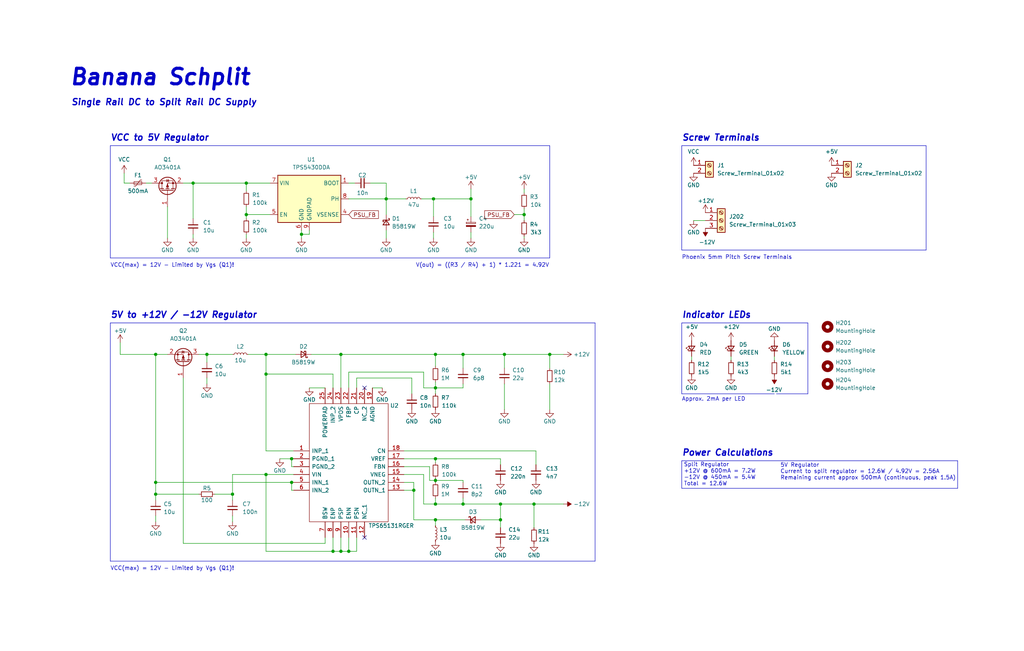
<source format=kicad_sch>
(kicad_sch (version 20230121) (generator eeschema)
  (paper "User" 329.997 210.007)
  (lib_symbols
    (symbol "BananaSchplit-rescue:CP_Small-Device" (pin_numbers hide) (pin_names (offset 0.254) hide)
      (property "Reference" "C" (at 0.254 1.778 0))
      (property "Value" "Device_CP_Small" (at 0.254 -2.032 0))
      (symbol "CP_Small-Device_1_1"
        (pin passive line (at 0 2.54 270) (length 1.8542) (name "~") (number "1"))
        (pin passive line (at 0 -2.54 90) (length 1.8542) (name "~") (number "2"))
      )
    )
    (symbol "Connector:Screw_Terminal_01x02" (pin_names (offset 1.016) hide)
      (property "Reference" "J" (at 0 2.54 0))
      (property "Value" "Screw_Terminal_01x02" (at 0 -5.08 0))
      (symbol "Screw_Terminal_01x02_1_1"
        (pin passive line (at -5.08 0 0) (length 3.81) (name "Pin_1") (number "1"))
        (pin passive line (at -5.08 -2.54 0) (length 3.81) (name "Pin_2") (number "2"))
      )
    )
    (symbol "Connector:Screw_Terminal_01x03" (pin_names (offset 1.016) hide)
      (property "Reference" "J" (at 0 5.08 0))
      (property "Value" "Screw_Terminal_01x03" (at 0 -5.08 0))
      (symbol "Screw_Terminal_01x03_1_1"
        (pin passive line (at -5.08 2.54 0) (length 3.81) (name "Pin_1") (number "1"))
        (pin passive line (at -5.08 0 0) (length 3.81) (name "Pin_2") (number "2"))
        (pin passive line (at -5.08 -2.54 0) (length 3.81) (name "Pin_3") (number "3"))
      )
    )
    (symbol "Device:C_Small" (pin_numbers hide) (pin_names (offset 0.254) hide)
      (property "Reference" "C" (at 0.254 1.778 0))
      (property "Value" "C_Small" (at 0.254 -2.032 0))
      (symbol "C_Small_1_1"
        (pin passive line (at 0 2.54 270) (length 2.032) (name "~") (number "1"))
        (pin passive line (at 0 -2.54 90) (length 2.032) (name "~") (number "2"))
      )
    )
    (symbol "Device:D_Schottky_Small" (pin_numbers hide) (pin_names (offset 0.254) hide)
      (property "Reference" "D" (at -1.27 2.032 0))
      (property "Value" "D_Schottky_Small" (at -7.112 -2.032 0))
      (symbol "D_Schottky_Small_1_1"
        (pin passive line (at -2.54 0 0) (length 1.778) (name "K") (number "1"))
        (pin passive line (at 2.54 0 180) (length 1.778) (name "A") (number "2"))
      )
    )
    (symbol "Device:LED_Small" (pin_numbers hide) (pin_names (offset 0.254) hide)
      (property "Reference" "D" (at -1.27 3.175 0))
      (property "Value" "LED_Small" (at -4.445 -2.54 0))
      (symbol "LED_Small_1_1"
        (pin passive line (at -2.54 0 0) (length 1.778) (name "K") (number "1"))
        (pin passive line (at 2.54 0 180) (length 1.778) (name "A") (number "2"))
      )
    )
    (symbol "Device:L_Small" (pin_numbers hide) (pin_names (offset 0.254) hide)
      (property "Reference" "L" (at 0.762 1.016 0))
      (property "Value" "L_Small" (at 0.762 -1.016 0))
      (symbol "L_Small_1_1"
        (pin passive line (at 0 2.54 270) (length 0.508) (name "~") (number "1"))
        (pin passive line (at 0 -2.54 90) (length 0.508) (name "~") (number "2"))
      )
    )
    (symbol "Device:Polyfuse_Small" (pin_numbers hide) (pin_names (offset 0))
      (property "Reference" "F" (at -1.905 0 90))
      (property "Value" "Polyfuse_Small" (at 1.905 0 90))
      (symbol "Polyfuse_Small_1_1"
        (pin passive line (at 0 2.54 270) (length 0.635) (name "~") (number "1"))
        (pin passive line (at 0 -2.54 90) (length 0.635) (name "~") (number "2"))
      )
    )
    (symbol "Device:R_Small" (pin_numbers hide) (pin_names (offset 0.254) hide)
      (property "Reference" "R" (at 0.762 0.508 0))
      (property "Value" "R_Small" (at 0.762 -1.016 0))
      (symbol "R_Small_1_1"
        (pin passive line (at 0 2.54 270) (length 0.762) (name "~") (number "1"))
        (pin passive line (at 0 -2.54 90) (length 0.762) (name "~") (number "2"))
      )
    )
    (symbol "Mechanical:MountingHole" (pin_names (offset 1.016))
      (property "Reference" "H" (at 0 5.08 0))
      (property "Value" "MountingHole" (at 0 3.175 0))
    )
    (symbol "Regulator_Switching:TPS5430DDA"
      (property "Reference" "U" (at -10.16 8.89 0))
      (property "Value" "TPS5430DDA" (at -1.27 8.89 0))
      (symbol "TPS5430DDA_1_1"
        (pin input line (at 12.7 5.08 180) (length 2.54) (name "BOOT") (number "1"))
        (pin no_connect line (at -10.16 2.54 0) (length 2.54) hide (name "NC") (number "2"))
        (pin no_connect line (at -10.16 -2.54 0) (length 2.54) hide (name "NC") (number "3"))
        (pin input line (at 12.7 -5.08 180) (length 2.54) (name "VSENSE") (number "4"))
        (pin input line (at -12.7 -5.08 0) (length 2.54) (name "EN") (number "5"))
        (pin power_in line (at -2.54 -10.16 90) (length 2.54) (name "GND") (number "6"))
        (pin power_in line (at -12.7 5.08 0) (length 2.54) (name "VIN") (number "7"))
        (pin output line (at 12.7 0 180) (length 2.54) (name "PH") (number "8"))
        (pin power_in line (at 0 -10.16 90) (length 2.54) (name "GNDPAD") (number "9"))
      )
    )
    (symbol "TPS65131RGET:TPS65131RGET" (pin_names (offset 0.762))
      (property "Reference" "IC" (at 31.75 20.32 0))
      (property "Value" "TPS65131RGET" (at 31.75 17.78 0))
      (symbol "TPS65131RGET_0_0"
        (pin passive line (at 0 0 0) (length 5.08) (name "INP_1") (number "1"))
        (pin passive line (at 17.78 -27.94 90) (length 5.08) (name "ENN") (number "10"))
        (pin passive line (at 20.32 -27.94 90) (length 5.08) (name "PSN") (number "11"))
        (pin passive line (at 22.86 -27.94 90) (length 5.08) (name "NC_1") (number "12"))
        (pin passive line (at 35.56 -12.7 180) (length 5.08) (name "OUTN_1") (number "13"))
        (pin passive line (at 35.56 -10.16 180) (length 5.08) (name "OUTN_2") (number "14"))
        (pin passive line (at 35.56 -7.62 180) (length 5.08) (name "VNEG") (number "15"))
        (pin passive line (at 35.56 -5.08 180) (length 5.08) (name "FBN") (number "16"))
        (pin passive line (at 35.56 -2.54 180) (length 5.08) (name "VREF") (number "17"))
        (pin passive line (at 35.56 0 180) (length 5.08) (name "CN") (number "18"))
        (pin passive line (at 25.4 20.32 270) (length 5.08) (name "AGND") (number "19"))
        (pin passive line (at 0 -2.54 0) (length 5.08) (name "PGND_1") (number "2"))
        (pin passive line (at 22.86 20.32 270) (length 5.08) (name "NC_2") (number "20"))
        (pin passive line (at 20.32 20.32 270) (length 5.08) (name "CP") (number "21"))
        (pin passive line (at 17.78 20.32 270) (length 5.08) (name "FBP") (number "22"))
        (pin passive line (at 15.24 20.32 270) (length 5.08) (name "VPOS") (number "23"))
        (pin passive line (at 12.7 20.32 270) (length 5.08) (name "INP_2") (number "24"))
        (pin passive line (at 10.16 20.32 270) (length 5.08) (name "POWERPAD") (number "25"))
        (pin passive line (at 0 -5.08 0) (length 5.08) (name "PGND_2") (number "3"))
        (pin passive line (at 0 -7.62 0) (length 5.08) (name "VIN") (number "4"))
        (pin passive line (at 0 -10.16 0) (length 5.08) (name "INN_1") (number "5"))
        (pin passive line (at 0 -12.7 0) (length 5.08) (name "INN_2") (number "6"))
        (pin passive line (at 10.16 -27.94 90) (length 5.08) (name "BSW") (number "7"))
        (pin passive line (at 12.7 -27.94 90) (length 5.08) (name "ENP") (number "8"))
        (pin passive line (at 15.24 -27.94 90) (length 5.08) (name "PSP") (number "9"))
      )
    )
    (symbol "Transistor_FET:AO3401A" (pin_names hide)
      (property "Reference" "Q" (at 5.08 1.905 0))
      (property "Value" "AO3401A" (at 5.08 0 0))
      (symbol "AO3401A_1_1"
        (pin input line (at -5.08 0 0) (length 2.54) (name "G") (number "1"))
        (pin passive line (at 2.54 -5.08 90) (length 2.54) (name "S") (number "2"))
        (pin passive line (at 2.54 5.08 270) (length 2.54) (name "D") (number "3"))
      )
    )
    (symbol "power:+12V" (power) (pin_names (offset 0))
      (property "Value" "+12V" (at 0 3.556 0))
      (symbol "+12V_1_1"
        (pin power_in line (at 0 0 90) (length 0) hide (name "+12V") (number "1"))
      )
    )
    (symbol "power:+5V" (power) (pin_names (offset 0))
      (property "Value" "+5V" (at 0 3.556 0))
      (symbol "+5V_1_1"
        (pin power_in line (at 0 0 90) (length 0) hide (name "+5V") (number "1"))
      )
    )
    (symbol "power:-12V" (power) (pin_names (offset 0))
      (property "Value" "-12V" (at 0 3.81 0))
      (symbol "-12V_0_0"
        (pin power_in line (at 0 0 90) (length 0) hide (name "-12V") (number "1"))
      )
    )
    (symbol "power:GND" (power) (pin_names (offset 0))
      (property "Value" "GND" (at 0 -3.81 0))
      (symbol "GND_1_1"
        (pin power_in line (at 0 0 270) (length 0) hide (name "GND") (number "1"))
      )
    )
    (symbol "power:VCC" (power) (pin_names (offset 0))
      (property "Value" "VCC" (at 0 3.81 0))
      (symbol "VCC_1_1"
        (pin power_in line (at 0 0 90) (length 0) hide (name "VCC") (number "1"))
      )
    )
  )
  (junction (at 66.675 114.3))
  (junction (at 97.155 75.565))
  (junction (at 133.35 158.115))
  (junction (at 85.725 153.035))
  (junction (at 149.225 114.3))
  (junction (at 79.375 59.055))
  (junction (at 74.93 159.385))
  (junction (at 168.91 69.215))
  (junction (at 139.7 64.135))
  (junction (at 79.375 69.215))
  (junction (at 161.29 162.56))
  (junction (at 93.98 147.955))
  (junction (at 140.335 154.94))
  (junction (at 140.335 125.095))
  (junction (at 62.23 59.055))
  (junction (at 151.765 64.135))
  (junction (at 85.725 114.3))
  (junction (at 161.29 167.64))
  (junction (at 112.395 177.8))
  (junction (at 140.335 114.3))
  (junction (at 162.56 114.3))
  (junction (at 149.225 162.56))
  (junction (at 50.165 159.385))
  (junction (at 85.725 120.65))
  (junction (at 109.855 177.8))
  (junction (at 124.46 64.135))
  (junction (at 140.335 167.64))
  (junction (at 177.165 114.3))
  (junction (at 172.085 162.56))
  (junction (at 109.855 114.3))
  (junction (at 50.165 155.575))
  (junction (at 140.335 162.56))
  (junction (at 50.165 114.3))
  (junction (at 140.335 147.955))
  (junction (at 93.98 155.575))
  (junction (at 107.315 177.8))
  (no_connect (at 117.475 125.095))
  (no_connect (at 117.475 173.355))
  (polyline (pts (xy 219.71 104.14) (xy 260.35 104.14)))
  (wire (pts (xy 109.855 114.3) (xy 109.855 125.095)))
  (wire (pts (xy 132.715 121.92) (xy 114.935 121.92)))
  (wire (pts (xy 62.23 75.565) (xy 62.23 76.835)))
  (wire (pts (xy 140.335 149.225) (xy 140.335 147.955)))
  (wire (pts (xy 50.165 168.275) (xy 50.165 166.37)))
  (wire (pts (xy 151.765 69.85) (xy 151.765 64.135)))
  (wire (pts (xy 50.165 159.385) (xy 50.165 161.29)))
  (wire (pts (xy 136.525 125.095) (xy 140.335 125.095)))
  (wire (pts (xy 107.315 177.8) (xy 109.855 177.8)))
  (wire (pts (xy 100.33 114.3) (xy 109.855 114.3)))
  (wire (pts (xy 222.885 116.205) (xy 222.885 114.935)))
  (wire (pts (xy 112.395 125.095) (xy 112.395 120.015)))
  (wire (pts (xy 151.765 74.93) (xy 151.765 76.835)))
  (wire (pts (xy 140.335 167.64) (xy 140.335 169.545)))
  (wire (pts (xy 40.005 59.055) (xy 41.91 59.055)))
  (wire (pts (xy 151.765 60.96) (xy 151.765 64.135)))
  (wire (pts (xy 133.35 167.64) (xy 140.335 167.64)))
  (polyline (pts (xy 219.71 80.645) (xy 219.71 46.99)))
  (wire (pts (xy 223.52 71.12) (xy 227.33 71.12)))
  (polyline (pts (xy 298.45 46.99) (xy 298.45 80.645)))
  (wire (pts (xy 235.585 116.205) (xy 235.585 114.935)))
  (wire (pts (xy 114.3 59.055) (xy 112.395 59.055)))
  (wire (pts (xy 50.165 159.385) (xy 64.135 159.385)))
  (polyline (pts (xy 35.56 83.185) (xy 177.165 83.185)))
  (wire (pts (xy 177.165 118.745) (xy 177.165 114.3)))
  (wire (pts (xy 168.91 69.215) (xy 168.91 71.12)))
  (polyline (pts (xy 35.56 83.185) (xy 35.56 46.99)))
  (wire (pts (xy 149.86 167.64) (xy 140.335 167.64)))
  (wire (pts (xy 136.525 162.56) (xy 140.335 162.56)))
  (wire (pts (xy 119.38 59.055) (xy 124.46 59.055)))
  (wire (pts (xy 50.165 114.3) (xy 53.975 114.3)))
  (wire (pts (xy 112.395 177.8) (xy 112.395 173.355)))
  (polyline (pts (xy 35.56 180.975) (xy 191.77 180.975)))
  (wire (pts (xy 62.23 59.055) (xy 79.375 59.055)))
  (polyline (pts (xy 35.56 180.975) (xy 35.56 104.14)))
  (wire (pts (xy 97.155 75.565) (xy 97.155 74.295)))
  (wire (pts (xy 66.675 123.825) (xy 66.675 121.92)))
  (wire (pts (xy 85.725 177.8) (xy 85.725 153.035)))
  (polyline (pts (xy 219.71 157.48) (xy 308.61 157.48)))
  (wire (pts (xy 74.93 159.385) (xy 69.215 159.385)))
  (wire (pts (xy 66.675 114.3) (xy 64.135 114.3)))
  (wire (pts (xy 79.375 59.055) (xy 86.995 59.055)))
  (polyline (pts (xy 308.61 157.48) (xy 308.61 148.59)))
  (wire (pts (xy 114.935 121.92) (xy 114.935 125.095)))
  (wire (pts (xy 162.56 114.3) (xy 149.225 114.3)))
  (wire (pts (xy 38.735 110.49) (xy 38.735 114.3)))
  (wire (pts (xy 97.155 76.835) (xy 97.155 75.565)))
  (wire (pts (xy 93.98 155.575) (xy 93.98 158.115)))
  (wire (pts (xy 46.99 59.055) (xy 48.895 59.055)))
  (wire (pts (xy 172.085 170.18) (xy 172.085 162.56)))
  (wire (pts (xy 139.7 69.85) (xy 139.7 64.135)))
  (wire (pts (xy 149.225 118.745) (xy 149.225 114.3)))
  (wire (pts (xy 149.225 162.56) (xy 161.29 162.56)))
  (polyline (pts (xy 177.165 46.99) (xy 177.165 83.185)))
  (wire (pts (xy 133.35 155.575) (xy 133.35 158.115)))
  (wire (pts (xy 93.98 155.575) (xy 94.615 155.575)))
  (wire (pts (xy 104.775 175.26) (xy 104.775 173.355)))
  (polyline (pts (xy 219.71 148.59) (xy 219.71 157.48)))
  (wire (pts (xy 50.165 155.575) (xy 50.165 114.3)))
  (wire (pts (xy 93.98 150.495) (xy 94.615 150.495)))
  (wire (pts (xy 149.225 114.3) (xy 140.335 114.3)))
  (wire (pts (xy 93.98 147.955) (xy 94.615 147.955)))
  (wire (pts (xy 109.855 177.8) (xy 112.395 177.8)))
  (wire (pts (xy 50.165 155.575) (xy 50.165 159.385)))
  (wire (pts (xy 79.375 70.485) (xy 79.375 69.215)))
  (wire (pts (xy 62.23 59.055) (xy 62.23 70.485)))
  (wire (pts (xy 136.525 120.015) (xy 136.525 125.095)))
  (wire (pts (xy 85.725 120.65) (xy 85.725 114.3)))
  (wire (pts (xy 140.335 155.575) (xy 140.335 154.94)))
  (wire (pts (xy 140.335 147.955) (xy 161.29 147.955)))
  (wire (pts (xy 172.72 145.415) (xy 130.175 145.415)))
  (wire (pts (xy 140.335 123.19) (xy 140.335 125.095)))
  (wire (pts (xy 50.165 155.575) (xy 93.98 155.575)))
  (wire (pts (xy 74.93 161.29) (xy 74.93 159.385)))
  (wire (pts (xy 154.94 167.64) (xy 161.29 167.64)))
  (wire (pts (xy 79.375 69.215) (xy 86.995 69.215)))
  (wire (pts (xy 140.335 127) (xy 140.335 125.095)))
  (wire (pts (xy 59.055 175.26) (xy 104.775 175.26)))
  (wire (pts (xy 249.555 116.205) (xy 249.555 114.935)))
  (wire (pts (xy 139.7 64.135) (xy 151.765 64.135)))
  (wire (pts (xy 79.375 66.675) (xy 79.375 69.215)))
  (wire (pts (xy 124.46 76.835) (xy 124.46 74.295)))
  (wire (pts (xy 93.98 147.955) (xy 93.98 150.495)))
  (wire (pts (xy 181.61 162.56) (xy 172.085 162.56)))
  (wire (pts (xy 138.43 154.94) (xy 140.335 154.94)))
  (wire (pts (xy 107.315 125.095) (xy 107.315 120.65)))
  (wire (pts (xy 130.175 158.115) (xy 133.35 158.115)))
  (wire (pts (xy 114.935 177.8) (xy 114.935 173.355)))
  (wire (pts (xy 130.175 150.495) (xy 138.43 150.495)))
  (wire (pts (xy 85.725 177.8) (xy 107.315 177.8)))
  (wire (pts (xy 139.7 74.93) (xy 139.7 76.835)))
  (wire (pts (xy 149.225 155.575) (xy 149.225 154.94)))
  (wire (pts (xy 85.725 153.035) (xy 94.615 153.035)))
  (wire (pts (xy 168.91 67.31) (xy 168.91 69.215)))
  (wire (pts (xy 149.225 154.94) (xy 140.335 154.94)))
  (polyline (pts (xy 191.77 104.14) (xy 191.77 180.975)))
  (wire (pts (xy 161.29 162.56) (xy 161.29 167.64)))
  (wire (pts (xy 138.43 150.495) (xy 138.43 154.94)))
  (polyline (pts (xy 308.61 148.59) (xy 219.71 148.59)))
  (wire (pts (xy 93.98 147.955) (xy 90.17 147.955)))
  (wire (pts (xy 168.91 76.835) (xy 168.91 76.2)))
  (polyline (pts (xy 35.56 104.14) (xy 191.77 104.14)))
  (wire (pts (xy 149.225 125.095) (xy 149.225 123.825)))
  (wire (pts (xy 85.725 145.415) (xy 85.725 120.65)))
  (wire (pts (xy 79.375 75.565) (xy 79.375 76.835)))
  (wire (pts (xy 80.01 114.3) (xy 85.725 114.3)))
  (wire (pts (xy 168.91 62.23) (xy 168.91 60.96)))
  (wire (pts (xy 99.695 125.095) (xy 104.775 125.095)))
  (wire (pts (xy 177.165 114.3) (xy 162.56 114.3)))
  (wire (pts (xy 140.335 125.095) (xy 149.225 125.095)))
  (wire (pts (xy 130.175 155.575) (xy 133.35 155.575)))
  (wire (pts (xy 162.56 132.08) (xy 162.56 123.825)))
  (wire (pts (xy 177.165 132.08) (xy 177.165 123.825)))
  (wire (pts (xy 149.225 162.56) (xy 149.225 160.655)))
  (wire (pts (xy 107.315 120.65) (xy 85.725 120.65)))
  (wire (pts (xy 161.29 149.86) (xy 161.29 147.955)))
  (polyline (pts (xy 260.35 127) (xy 250.19 127)))
  (wire (pts (xy 133.35 158.115) (xy 133.35 167.64)))
  (wire (pts (xy 95.25 114.3) (xy 85.725 114.3)))
  (wire (pts (xy 140.335 154.94) (xy 140.335 154.305)))
  (wire (pts (xy 66.675 116.84) (xy 66.675 114.3)))
  (wire (pts (xy 132.715 127) (xy 132.715 121.92)))
  (wire (pts (xy 181.61 114.3) (xy 177.165 114.3)))
  (wire (pts (xy 161.29 167.64) (xy 161.29 170.18)))
  (wire (pts (xy 109.855 177.8) (xy 109.855 173.355)))
  (wire (pts (xy 97.155 75.565) (xy 99.695 75.565)))
  (wire (pts (xy 172.085 162.56) (xy 161.29 162.56)))
  (wire (pts (xy 130.81 64.135) (xy 124.46 64.135)))
  (wire (pts (xy 93.98 158.115) (xy 94.615 158.115)))
  (polyline (pts (xy 219.71 46.99) (xy 298.45 46.99)))
  (wire (pts (xy 124.46 69.215) (xy 124.46 64.135)))
  (wire (pts (xy 85.725 145.415) (xy 94.615 145.415)))
  (wire (pts (xy 162.56 118.745) (xy 162.56 114.3)))
  (wire (pts (xy 53.975 66.675) (xy 53.975 76.835)))
  (wire (pts (xy 130.175 153.035) (xy 136.525 153.035)))
  (wire (pts (xy 124.46 59.055) (xy 124.46 64.135)))
  (wire (pts (xy 136.525 153.035) (xy 136.525 162.56)))
  (polyline (pts (xy 35.56 46.99) (xy 177.165 46.99)))
  (polyline (pts (xy 219.71 127) (xy 219.71 104.14)))
  (wire (pts (xy 99.695 75.565) (xy 99.695 74.295)))
  (wire (pts (xy 165.735 69.215) (xy 168.91 69.215)))
  (wire (pts (xy 140.335 147.955) (xy 130.175 147.955)))
  (wire (pts (xy 74.93 153.035) (xy 85.725 153.035)))
  (wire (pts (xy 79.375 61.595) (xy 79.375 59.055)))
  (wire (pts (xy 40.005 55.88) (xy 40.005 59.055)))
  (polyline (pts (xy 249.555 127) (xy 219.71 127)))
  (wire (pts (xy 112.395 177.8) (xy 114.935 177.8)))
  (wire (pts (xy 120.015 125.095) (xy 123.19 125.095)))
  (wire (pts (xy 135.89 64.135) (xy 139.7 64.135)))
  (wire (pts (xy 74.93 114.3) (xy 66.675 114.3)))
  (wire (pts (xy 74.93 153.035) (xy 74.93 159.385)))
  (wire (pts (xy 59.055 59.055) (xy 62.23 59.055)))
  (wire (pts (xy 112.395 120.015) (xy 136.525 120.015)))
  (wire (pts (xy 38.735 114.3) (xy 50.165 114.3)))
  (wire (pts (xy 172.72 149.86) (xy 172.72 145.415)))
  (wire (pts (xy 140.335 162.56) (xy 149.225 162.56)))
  (wire (pts (xy 140.335 118.11) (xy 140.335 114.3)))
  (polyline (pts (xy 219.71 80.645) (xy 298.45 80.645)))
  (wire (pts (xy 59.055 121.92) (xy 59.055 175.26)))
  (wire (pts (xy 74.93 168.275) (xy 74.93 166.37)))
  (wire (pts (xy 107.315 177.8) (xy 107.315 173.355)))
  (wire (pts (xy 112.395 64.135) (xy 124.46 64.135)))
  (wire (pts (xy 140.335 114.3) (xy 109.855 114.3)))
  (wire (pts (xy 140.335 160.655) (xy 140.335 162.56)))
  (polyline (pts (xy 260.35 104.14) (xy 260.35 127)))
  (text "Approx. 2mA per LED" (at 219.71 129.54 0) (effects (font (size 1.27 1.27)) (justify left bottom)))
  (text "Power Calculations" (at 219.71 147.32 0) (effects (font (size 2.0066 2.0066) (thickness 0.4013) bold italic) (justify left bottom)))
  (text "Split Regulator\n+12V @ 600mA = 7.2W\n-12V @ 450mA = 5.4W\nTotal = 12.6W" (at 220.345 156.845 0) (effects (font (size 1.27 1.27)) (justify left bottom)))
  (text "VCC(max) = 12V - Limited by Vgs (Q1)!" (at 35.56 184.15 0) (effects (font (size 1.27 1.27)) (justify left bottom)))
  (text "Phoenix 5mm Pitch Screw Terminals" (at 219.71 83.82 0) (effects (font (size 1.27 1.27)) (justify left bottom)))
  (text "VCC to 5V Regulator" (at 35.56 45.72 0) (effects (font (size 2.0066 2.0066) (thickness 0.4013) bold italic) (justify left bottom)))
  (text "V(out) = ((R3 / R4) + 1) * 1.221 = 4.92V" (at 133.985 86.36 0) (effects (font (size 1.27 1.27)) (justify left bottom)))
  (text "5V to +12V / -12V Regulator" (at 35.56 102.87 0) (effects (font (size 2.0066 2.0066) (thickness 0.4013) bold italic) (justify left bottom)))
  (text "Screw Terminals" (at 219.71 45.72 0) (effects (font (size 2.0066 2.0066) (thickness 0.4013) bold italic) (justify left bottom)))
  (text "Single Rail DC to Split Rail DC Supply" (at 22.86 34.29 0) (effects (font (size 2.0066 2.0066) (thickness 0.4013) bold italic) (justify left bottom)))
  (text "Banana Schplit" (at 22.225 27.94 0) (effects (font (size 5.0038 5.0038) (thickness 1.0008) bold italic) (justify left bottom)))
  (text "5V Regulator\nCurrent to split regulator = 12.6W / 4.92V = 2.56A\nRemaining current approx 500mA (continuous, peak 1.5A)\n" (at 251.46 154.94 0) (effects (font (size 1.27 1.27)) (justify left bottom)))
  (text "Indicator LEDs" (at 219.71 102.87 0) (effects (font (size 2.0066 2.0066) (thickness 0.4013) bold italic) (justify left bottom)))
  (text "VCC(max) = 12V - Limited by Vgs (Q1)!" (at 35.56 86.36 0) (effects (font (size 1.27 1.27)) (justify left bottom)))
  (global_label "PSU_FB" (shape input) (at 112.395 69.215 0) (property "Intersheetrefs" "${INTERSHEET_REFS}" (effects hide)))
  (global_label "PSU_FB" (shape input) (at 165.735 69.215 180) (property "Intersheetrefs" "${INTERSHEET_REFS}" (effects hide)))
  (symbol (lib_id "Device:R_Small") (at 172.085 172.72 180) (unit 1)
    (property "Reference" "R11" (at 175.26 171.45 0))
    (property "Value" "12k" (at 175.26 173.99 0))
    (property "Footprint" "Resistor_SMD:R_0603_1608Metric" (effects hide))
    (property "LCSC" "C22790" (effects hide))
    (instances (project "shmoergh-dual-rail-psu" (path "" (reference "R11") (unit 1)) (path "" (reference "R110") (unit 1))))
  )
  (symbol (lib_id "Device:R_Small") (at 140.335 151.765 180) (unit 1)
    (property "Reference" "R8" (at 143.51 150.495 0))
    (property "Value" "100k" (at 144.78 153.035 0))
    (property "Footprint" "Resistor_SMD:R_0603_1608Metric" (effects hide))
    (property "LCSC" "C25803" (effects hide))
    (instances (project "shmoergh-dual-rail-psu" (path "" (reference "R8") (unit 1)) (path "" (reference "R106") (unit 1))))
  )
  (symbol (lib_id "Device:R_Small") (at 168.91 73.66 180) (unit 1)
    (property "Reference" "R4" (at 172.085 72.39 0))
    (property "Value" "3k3" (at 172.72 74.93 0))
    (property "Footprint" "Resistor_SMD:R_0603_1608Metric" (effects hide))
    (property "LCSC" "C22978" (effects hide))
    (instances (project "shmoergh-dual-rail-psu" (path "" (reference "R4") (unit 1)) (path "" (reference "R109") (unit 1))))
  )
  (symbol (lib_id "power:GND") (at 140.335 174.625 0) (unit 1)
    (property "Reference" "#PWR023" (effects hide))
    (property "Value" "GND" (at 140.335 178.435 0))
    (instances (project "shmoergh-dual-rail-psu" (path "" (reference "#PWR023") (unit 1)) (path "" (reference "#PWR0117") (unit 1))))
  )
  (symbol (lib_id "Device:C_Small") (at 132.715 129.54 0) (unit 1)
    (property "Reference" "C8" (at 135.255 128.27 0) (effects (justify left)))
    (property "Value" "10n" (at 135.255 130.81 0) (effects (justify left)))
    (property "Footprint" "Capacitor_SMD:C_0603_1608Metric" (effects hide))
    (property "LCSC" "C57112" (effects hide))
    (instances (project "shmoergh-dual-rail-psu" (path "" (reference "C8") (unit 1)) (path "" (reference "C106") (unit 1))))
  )
  (symbol (lib_id "Device:R_Small") (at 66.675 159.385 270) (unit 1)
    (property "Reference" "R5" (at 66.675 157.48 90))
    (property "Value" "100" (at 66.675 161.29 90))
    (property "Footprint" "Resistor_SMD:R_0603_1608Metric" (effects hide))
    (property "LCSC" "C22775" (effects hide))
    (instances (project "shmoergh-dual-rail-psu" (path "" (reference "R5") (unit 1)) (path "" (reference "R101") (unit 1))))
  )
  (symbol (lib_id "Device:C_Small") (at 149.225 121.285 0) (unit 1)
    (property "Reference" "C9" (at 152.4 119.38 0) (effects (justify left)))
    (property "Value" "6p8" (at 152.4 121.92 0) (effects (justify left)))
    (property "Footprint" "Capacitor_SMD:C_0603_1608Metric" (effects hide))
    (property "LCSC" "C1679" (effects hide))
    (instances (project "shmoergh-dual-rail-psu" (path "" (reference "C9") (unit 1)) (path "" (reference "C108") (unit 1))))
  )
  (symbol (lib_id "Device:LED_Small") (at 235.585 112.395 90) (unit 1)
    (property "Reference" "D5" (at 238.125 111.125 90) (effects (justify right)))
    (property "Value" "GREEN" (at 238.125 113.665 90) (effects (justify right)))
    (property "Footprint" "LED_SMD:LED_0805_2012Metric" (effects hide))
    (property "LCSC" "C2297" (effects hide))
    (instances (project "shmoergh-dual-rail-psu" (path "" (reference "D5") (unit 1)) (path "" (reference "D105") (unit 1))))
  )
  (symbol (lib_id "Device:R_Small") (at 79.375 64.135 180) (unit 1)
    (property "Reference" "R1" (at 82.55 62.865 0))
    (property "Value" "100k" (at 83.82 65.405 0))
    (property "Footprint" "Resistor_SMD:R_0603_1608Metric" (effects hide))
    (property "LCSC" "C25803" (effects hide))
    (instances (project "shmoergh-dual-rail-psu" (path "" (reference "R1") (unit 1)) (path "" (reference "R102") (unit 1))))
  )
  (symbol (lib_id "power:GND") (at 62.23 76.835 0) (unit 1)
    (property "Reference" "#PWR07" (effects hide))
    (property "Value" "GND" (at 62.23 80.645 0))
    (instances (project "shmoergh-dual-rail-psu" (path "" (reference "#PWR07") (unit 1)) (path "" (reference "#PWR0105") (unit 1))))
  )
  (symbol (lib_id "Device:R_Small") (at 79.375 73.025 180) (unit 1)
    (property "Reference" "R2" (at 82.55 71.755 0))
    (property "Value" "100k" (at 83.82 74.295 0))
    (property "Footprint" "Resistor_SMD:R_0603_1608Metric" (effects hide))
    (property "LCSC" "C25803" (effects hide))
    (instances (project "shmoergh-dual-rail-psu" (path "" (reference "R2") (unit 1)) (path "" (reference "R103") (unit 1))))
  )
  (symbol (lib_id "Device:D_Schottky_Small") (at 124.46 71.755 270) (unit 1)
    (property "Reference" "D1" (at 127.635 70.485 90))
    (property "Value" "B5819W" (at 130.175 73.025 90))
    (property "Footprint" "Diode_SMD:D_SOD-123" (effects hide))
    (property "LCSC" "C8598" (effects hide))
    (instances (project "shmoergh-dual-rail-psu" (path "" (reference "D1") (unit 1)) (path "" (reference "D102") (unit 1))))
  )
  (symbol (lib_id "Device:L_Small") (at 133.35 64.135 90) (unit 1)
    (property "Reference" "L1" (at 132.08 61.595 90) (effects (justify right)))
    (property "Value" "47u" (at 131.445 66.04 90) (effects (justify right)))
    (property "Footprint" "Inductor_SMD:L_Sunlord_SWRB1204S" (effects hide))
    (property "LCSC" "C169398" (effects hide))
    (instances (project "shmoergh-dual-rail-psu" (path "" (reference "L1") (unit 1)) (path "" (reference "L102") (unit 1))))
  )
  (symbol (lib_id "power:+5V") (at 267.97 53.34 0) (unit 1)
    (property "Reference" "#PWR034" (effects hide))
    (property "Value" "+5V" (at 267.97 48.895 0))
    (instances (project "shmoergh-dual-rail-psu" (path "" (reference "#PWR034") (unit 1)) (path "" (reference "#PWR0140") (unit 1))))
  )
  (symbol (lib_id "power:-12V") (at 249.555 121.285 180) (unit 1)
    (property "Reference" "#PWR041" (effects hide))
    (property "Value" "-12V" (at 252.095 125.73 0) (effects (justify left)))
    (instances (project "shmoergh-dual-rail-psu" (path "" (reference "#PWR041") (unit 1)) (path "" (reference "#PWR0139") (unit 1))))
  )
  (symbol (lib_id "power:GND") (at 79.375 76.835 0) (unit 1)
    (property "Reference" "#PWR08" (effects hide))
    (property "Value" "GND" (at 79.375 80.645 0))
    (instances (project "shmoergh-dual-rail-psu" (path "" (reference "#PWR08") (unit 1)) (path "" (reference "#PWR0108") (unit 1))))
  )
  (symbol (lib_id "power:GND") (at 223.52 71.12 0) (unit 1)
    (property "Reference" "#PWR029" (effects hide))
    (property "Value" "GND" (at 223.52 74.93 0))
    (instances (project "shmoergh-dual-rail-psu" (path "" (reference "#PWR029") (unit 1)) (path "" (reference "#PWR0135") (unit 1))))
  )
  (symbol (lib_id "Device:D_Schottky_Small") (at 97.79 114.3 180) (unit 1)
    (property "Reference" "D2" (at 97.79 111.76 0))
    (property "Value" "B5819W" (at 97.79 116.84 0))
    (property "Footprint" "Diode_SMD:D_SOD-123" (effects hide))
    (property "LCSC" "C8598" (effects hide))
    (instances (project "shmoergh-dual-rail-psu" (path "" (reference "D2") (unit 1)) (path "" (reference "D101") (unit 1))))
  )
  (symbol (lib_id "Device:C_Small") (at 66.675 119.38 0) (unit 1)
    (property "Reference" "C6" (at 69.215 118.11 0) (effects (justify left)))
    (property "Value" "10u" (at 69.215 120.65 0) (effects (justify left)))
    (property "Footprint" "Capacitor_SMD:C_1206_3216Metric" (effects hide))
    (property "LCSC" "C13585" (effects hide))
    (instances (project "shmoergh-dual-rail-psu" (path "" (reference "C6") (unit 1)) (path "" (reference "C103") (unit 1))))
  )
  (symbol (lib_id "power:GND") (at 172.72 154.94 0) (unit 1)
    (property "Reference" "#PWR019" (effects hide))
    (property "Value" "GND" (at 172.72 158.75 0))
    (instances (project "shmoergh-dual-rail-psu" (path "" (reference "#PWR019") (unit 1)) (path "" (reference "#PWR0126") (unit 1))))
  )
  (symbol (lib_id "Mechanical:MountingHole") (at 266.7 123.825 0) (unit 1) (in_bom no)
    (property "Reference" "H204" (at 269.24 122.555 0) (effects (justify left)))
    (property "Value" "MountingHole" (at 269.24 125.095 0) (effects (justify left)))
    (property "Footprint" "MountingHole:MountingHole_3mm_Pad" (effects hide))
  )
  (symbol (lib_id "Device:R_Small") (at 235.585 118.745 180) (unit 1)
    (property "Reference" "R13" (at 239.395 117.475 0))
    (property "Value" "4k3" (at 239.395 120.015 0))
    (property "Footprint" "Resistor_SMD:R_0603_1608Metric" (effects hide))
    (property "LCSC" "C23159" (effects hide))
    (instances (project "shmoergh-dual-rail-psu" (path "" (reference "R13") (unit 1)) (path "" (reference "R113") (unit 1))))
  )
  (symbol (lib_id "power:GND") (at 50.165 168.275 0) (unit 1)
    (property "Reference" "#PWR021" (effects hide))
    (property "Value" "GND" (at 50.165 172.085 0))
    (instances (project "shmoergh-dual-rail-psu" (path "" (reference "#PWR021") (unit 1)) (path "" (reference "#PWR0103") (unit 1))))
  )
  (symbol (lib_id "Device:C_Small") (at 161.29 172.72 0) (unit 1)
    (property "Reference" "C14" (at 163.83 170.815 0) (effects (justify left)))
    (property "Value" "22u" (at 163.83 173.355 0) (effects (justify left)))
    (property "Footprint" "Capacitor_SMD:C_0805_2012Metric" (effects hide))
    (property "LCSC" "C45783" (effects hide))
    (instances (project "shmoergh-dual-rail-psu" (path "" (reference "C14") (unit 1)) (path "" (reference "C112") (unit 1))))
  )
  (symbol (lib_id "Device:LED_Small") (at 222.885 112.395 90) (unit 1)
    (property "Reference" "D4" (at 225.425 111.125 90) (effects (justify right)))
    (property "Value" "RED" (at 225.425 113.665 90) (effects (justify right)))
    (property "Footprint" "LED_SMD:LED_0805_2012Metric" (effects hide))
    (property "LCSC" "C84256" (effects hide))
    (instances (project "shmoergh-dual-rail-psu" (path "" (reference "D4") (unit 1)) (path "" (reference "D104") (unit 1))))
  )
  (symbol (lib_id "power:GND") (at 53.975 76.835 0) (unit 1)
    (property "Reference" "#PWR06" (effects hide))
    (property "Value" "GND" (at 53.975 80.645 0))
    (instances (project "shmoergh-dual-rail-psu" (path "" (reference "#PWR06") (unit 1)) (path "" (reference "#PWR0104") (unit 1))))
  )
  (symbol (lib_id "power:GND") (at 162.56 132.08 0) (unit 1)
    (property "Reference" "#PWR014" (effects hide))
    (property "Value" "GND" (at 162.56 135.89 0))
    (instances (project "shmoergh-dual-rail-psu" (path "" (reference "#PWR014") (unit 1)) (path "" (reference "#PWR0122") (unit 1))))
  )
  (symbol (lib_id "Mechanical:MountingHole") (at 266.7 118.11 0) (unit 1) (in_bom no)
    (property "Reference" "H203" (at 269.24 116.84 0) (effects (justify left)))
    (property "Value" "MountingHole" (at 269.24 119.38 0) (effects (justify left)))
    (property "Footprint" "MountingHole:MountingHole_3mm_Pad" (effects hide))
  )
  (symbol (lib_id "power:GND") (at 168.91 76.835 0) (unit 1)
    (property "Reference" "#PWR017" (effects hide))
    (property "Value" "GND" (at 168.91 80.645 0))
    (instances (project "shmoergh-dual-rail-psu" (path "" (reference "#PWR017") (unit 1)) (path "" (reference "#PWR0124") (unit 1))))
  )
  (symbol (lib_id "Device:R_Small") (at 140.335 158.115 180) (unit 1)
    (property "Reference" "R9" (at 143.51 156.845 0))
    (property "Value" "1M" (at 143.51 159.385 0))
    (property "Footprint" "Resistor_SMD:R_0603_1608Metric" (effects hide))
    (property "LCSC" "C22935" (effects hide))
    (instances (project "shmoergh-dual-rail-psu" (path "" (reference "R9") (unit 1)) (path "" (reference "R107") (unit 1))))
  )
  (symbol (lib_id "power:GND") (at 66.675 123.825 0) (unit 1)
    (property "Reference" "#PWR03" (effects hide))
    (property "Value" "GND" (at 66.675 127.635 0))
    (instances (project "shmoergh-dual-rail-psu" (path "" (reference "#PWR03") (unit 1)) (path "" (reference "#PWR0106") (unit 1))))
  )
  (symbol (lib_id "power:GND") (at 124.46 76.835 0) (unit 1)
    (property "Reference" "#PWR010" (effects hide))
    (property "Value" "GND" (at 124.46 80.645 0))
    (instances (project "shmoergh-dual-rail-psu" (path "" (reference "#PWR010") (unit 1)) (path "" (reference "#PWR0113") (unit 1))))
  )
  (symbol (lib_id "Mechanical:MountingHole") (at 266.7 105.41 0) (unit 1) (in_bom no)
    (property "Reference" "H201" (at 269.24 104.14 0) (effects (justify left)))
    (property "Value" "MountingHole" (at 269.24 106.68 0) (effects (justify left)))
    (property "Footprint" "MountingHole:MountingHole_3mm_Pad" (effects hide))
  )
  (symbol (lib_id "power:GND") (at 132.715 132.08 0) (unit 1)
    (property "Reference" "#PWR012" (effects hide))
    (property "Value" "GND" (at 132.715 135.89 0))
    (instances (project "shmoergh-dual-rail-psu" (path "" (reference "#PWR012") (unit 1)) (path "" (reference "#PWR0114") (unit 1))))
  )
  (symbol (lib_id "Device:C_Small") (at 139.7 72.39 0) (unit 1)
    (property "Reference" "C3" (at 142.875 70.485 0) (effects (justify left)))
    (property "Value" "10u" (at 142.875 73.025 0) (effects (justify left)))
    (property "Footprint" "Capacitor_SMD:C_1206_3216Metric" (effects hide))
    (property "LCSC" "C13585" (effects hide))
    (instances (project "shmoergh-dual-rail-psu" (path "" (reference "C3") (unit 1)) (path "" (reference "C107") (unit 1))))
  )
  (symbol (lib_id "Device:L_Small") (at 140.335 172.085 0) (unit 1)
    (property "Reference" "L3" (at 144.145 170.815 0) (effects (justify right)))
    (property "Value" "10u" (at 145.415 173.355 0) (effects (justify right)))
    (property "Footprint" "Inductor_SMD:L_Sunlord_MWSA0518S" (effects hide))
    (property "LCSC" "C181721" (effects hide))
    (property "OG JLC Part" "C139506" (effects hide))
    (instances (project "shmoergh-dual-rail-psu" (path "" (reference "L3") (unit 1)) (path "" (reference "L103") (unit 1))))
  )
  (symbol (lib_id "Connector:Screw_Terminal_01x02") (at 228.6 53.34 0) (unit 1) (in_bom no)
    (property "Reference" "J1" (at 231.14 53.34 0) (effects (justify left)))
    (property "Value" "Screw_Terminal_01x02" (at 231.14 55.88 0) (effects (justify left)))
    (property "Footprint" "TerminalBlock_Phoenix:TerminalBlock_Phoenix_PT-1,5-2-5.0-H_1x02_P5.00mm_Horizontal" (effects hide))
    (instances (project "shmoergh-dual-rail-psu" (path "" (reference "J1") (unit 1)) (path "" (reference "J101") (unit 1))))
  )
  (symbol (lib_id "Device:R_Small") (at 249.555 118.745 180) (unit 1)
    (property "Reference" "R14" (at 253.365 117.475 0))
    (property "Value" "5k1" (at 253.365 120.015 0))
    (property "Footprint" "Resistor_SMD:R_0603_1608Metric" (effects hide))
    (property "LCSC" "C23186" (effects hide))
    (instances (project "shmoergh-dual-rail-psu" (path "" (reference "R14") (unit 1)) (path "" (reference "R114") (unit 1))))
  )
  (symbol (lib_id "Device:R_Small") (at 140.335 129.54 180) (unit 1)
    (property "Reference" "R7" (at 143.51 128.27 0))
    (property "Value" "110k" (at 144.78 130.81 0))
    (property "Footprint" "Resistor_SMD:R_0603_1608Metric" (effects hide))
    (property "LCSC" "C25805" (effects hide))
    (instances (project "shmoergh-dual-rail-psu" (path "" (reference "R7") (unit 1)) (path "" (reference "R105") (unit 1))))
  )
  (symbol (lib_id "power:+5V") (at 168.91 60.96 0) (unit 1)
    (property "Reference" "#PWR042" (effects hide))
    (property "Value" "+5V" (at 168.91 57.15 0))
    (instances (project "shmoergh-dual-rail-psu" (path "" (reference "#PWR042") (unit 1)) (path "" (reference "#PWR0123") (unit 1))))
  )
  (symbol (lib_id "Device:R_Small") (at 168.91 64.77 180) (unit 1)
    (property "Reference" "R3" (at 172.085 63.5 0))
    (property "Value" "10k" (at 172.72 66.04 0))
    (property "Footprint" "Resistor_SMD:R_0603_1608Metric" (effects hide))
    (property "LCSC" "C25804" (effects hide))
    (instances (project "shmoergh-dual-rail-psu" (path "" (reference "R3") (unit 1)) (path "" (reference "R108") (unit 1))))
  )
  (symbol (lib_id "Device:C_Small") (at 116.84 59.055 90) (unit 1)
    (property "Reference" "C2" (at 118.11 56.515 90) (effects (justify left)))
    (property "Value" "10n" (at 118.745 62.23 90) (effects (justify left)))
    (property "Footprint" "Capacitor_SMD:C_0603_1608Metric" (effects hide))
    (property "LCSC" "C57112" (effects hide))
    (instances (project "shmoergh-dual-rail-psu" (path "" (reference "C2") (unit 1)) (path "" (reference "C105") (unit 1))))
  )
  (symbol (lib_id "power:GND") (at 223.52 55.88 0) (unit 1)
    (property "Reference" "#PWR027" (effects hide))
    (property "Value" "GND" (at 223.52 59.69 0))
    (instances (project "shmoergh-dual-rail-psu" (path "" (reference "#PWR027") (unit 1)) (path "" (reference "#PWR0133") (unit 1))))
  )
  (symbol (lib_id "power:VCC") (at 223.52 53.34 0) (unit 1)
    (property "Reference" "#PWR026" (effects hide))
    (property "Value" "VCC" (at 223.52 48.895 0))
    (instances (project "shmoergh-dual-rail-psu" (path "" (reference "#PWR026") (unit 1)) (path "" (reference "#PWR0132") (unit 1))))
  )
  (symbol (lib_id "Connector:Screw_Terminal_01x02") (at 273.05 53.34 0) (unit 1) (in_bom no)
    (property "Reference" "J2" (at 275.59 53.34 0) (effects (justify left)))
    (property "Value" "Screw_Terminal_01x02" (at 275.59 55.88 0) (effects (justify left)))
    (property "Footprint" "TerminalBlock_Phoenix:TerminalBlock_Phoenix_PT-1,5-2-5.0-H_1x02_P5.00mm_Horizontal" (effects hide))
    (instances (project "shmoergh-dual-rail-psu" (path "" (reference "J2") (unit 1)) (path "" (reference "J103") (unit 1))))
  )
  (symbol (lib_id "power:+12V") (at 227.33 68.58 0) (unit 1)
    (property "Reference" "#PWR028" (effects hide))
    (property "Value" "+12V" (at 224.79 64.77 0) (effects (justify left)))
    (instances (project "shmoergh-dual-rail-psu" (path "" (reference "#PWR028") (unit 1)) (path "" (reference "#PWR0134") (unit 1))))
  )
  (symbol (lib_id "power:GND") (at 172.085 175.26 0) (unit 1)
    (property "Reference" "#PWR025" (effects hide))
    (property "Value" "GND" (at 172.085 179.07 0))
    (instances (project "shmoergh-dual-rail-psu" (path "" (reference "#PWR025") (unit 1)) (path "" (reference "#PWR0125") (unit 1))))
  )
  (symbol (lib_id "Device:C_Small") (at 50.165 163.83 0) (unit 1)
    (property "Reference" "C5" (at 52.705 162.56 0) (effects (justify left)))
    (property "Value" "10u" (at 52.705 165.1 0) (effects (justify left)))
    (property "Footprint" "Capacitor_SMD:C_1206_3216Metric" (effects hide))
    (property "LCSC" "C13585" (effects hide))
    (instances (project "shmoergh-dual-rail-psu" (path "" (reference "C5") (unit 1)) (path "" (reference "C101") (unit 1))))
  )
  (symbol (lib_id "power:-12V") (at 181.61 162.56 270) (unit 1)
    (property "Reference" "#PWR020" (effects hide))
    (property "Value" "-12V" (at 184.785 162.56 90) (effects (justify left)))
    (instances (project "shmoergh-dual-rail-psu" (path "" (reference "#PWR020") (unit 1)) (path "" (reference "#PWR0129") (unit 1))))
  )
  (symbol (lib_id "Transistor_FET:AO3401A") (at 53.975 61.595 90) (unit 1)
    (property "Reference" "Q1" (at 53.975 51.435 90))
    (property "Value" "AO3401A" (at 53.975 53.975 90))
    (property "Footprint" "PCM_Package_TO_SOT_SMD_AKL:SOT-23" (effects hide))
    (property "Datasheet" "http://www.aosmd.com/pdfs/datasheet/AO3401A.pdf" (effects hide))
    (property "LCSC" "C15127" (effects hide))
    (instances (project "shmoergh-dual-rail-psu" (path "" (reference "Q1") (unit 1)) (path "" (reference "Q101") (unit 1))))
  )
  (symbol (lib_id "power:GND") (at 161.29 154.94 0) (unit 1)
    (property "Reference" "#PWR018" (effects hide))
    (property "Value" "GND" (at 161.29 158.75 0))
    (instances (project "shmoergh-dual-rail-psu" (path "" (reference "#PWR018") (unit 1)) (path "" (reference "#PWR0120") (unit 1))))
  )
  (symbol (lib_id "power:-12V") (at 227.33 73.66 180) (unit 1)
    (property "Reference" "#PWR030" (effects hide))
    (property "Value" "-12V" (at 230.505 78.105 0) (effects (justify left)))
    (instances (project "shmoergh-dual-rail-psu" (path "" (reference "#PWR030") (unit 1)) (path "" (reference "#PWR0142") (unit 1))))
  )
  (symbol (lib_id "power:GND") (at 140.335 132.08 0) (unit 1)
    (property "Reference" "#PWR013" (effects hide))
    (property "Value" "GND" (at 140.335 135.89 0))
    (instances (project "shmoergh-dual-rail-psu" (path "" (reference "#PWR013") (unit 1)) (path "" (reference "#PWR0116") (unit 1))))
  )
  (symbol (lib_id "power:+5V") (at 151.765 60.96 0) (unit 1)
    (property "Reference" "#PWR09" (effects hide))
    (property "Value" "+5V" (at 151.765 57.15 0))
    (instances (project "shmoergh-dual-rail-psu" (path "" (reference "#PWR09") (unit 1)) (path "" (reference "#PWR0118") (unit 1))))
  )
  (symbol (lib_id "power:VCC") (at 40.005 55.88 0) (unit 1)
    (property "Reference" "#PWR01" (effects hide))
    (property "Value" "VCC" (at 40.005 51.435 0))
    (instances (project "shmoergh-dual-rail-psu" (path "" (reference "#PWR01") (unit 1)) (path "" (reference "#PWR0102") (unit 1))))
  )
  (symbol (lib_id "Device:R_Small") (at 140.335 120.65 180) (unit 1)
    (property "Reference" "R6" (at 143.51 119.38 0))
    (property "Value" "1M" (at 143.51 121.92 0))
    (property "Footprint" "Resistor_SMD:R_0603_1608Metric" (effects hide))
    (property "LCSC" "C22935" (effects hide))
    (instances (project "shmoergh-dual-rail-psu" (path "" (reference "R6") (unit 1)) (path "" (reference "R104") (unit 1))))
  )
  (symbol (lib_id "Device:R_Small") (at 222.885 118.745 180) (unit 1)
    (property "Reference" "R12" (at 226.695 117.475 0))
    (property "Value" "1k5" (at 226.695 120.015 0))
    (property "Footprint" "Resistor_SMD:R_0603_1608Metric" (effects hide))
    (property "LCSC" "C22843" (effects hide))
    (instances (project "shmoergh-dual-rail-psu" (path "" (reference "R12") (unit 1)) (path "" (reference "R112") (unit 1))))
  )
  (symbol (lib_id "power:GND") (at 161.29 175.26 0) (unit 1)
    (property "Reference" "#PWR024" (effects hide))
    (property "Value" "GND" (at 161.29 179.07 0))
    (instances (project "shmoergh-dual-rail-psu" (path "" (reference "#PWR024") (unit 1)) (path "" (reference "#PWR0121") (unit 1))))
  )
  (symbol (lib_id "power:GND") (at 235.585 121.285 0) (unit 1)
    (property "Reference" "#PWR040" (effects hide))
    (property "Value" "GND" (at 235.585 125.095 0))
    (instances (project "shmoergh-dual-rail-psu" (path "" (reference "#PWR040") (unit 1)) (path "" (reference "#PWR0137") (unit 1))))
  )
  (symbol (lib_id "power:GND") (at 177.165 132.08 0) (unit 1)
    (property "Reference" "#PWR015" (effects hide))
    (property "Value" "GND" (at 177.165 135.89 0))
    (instances (project "shmoergh-dual-rail-psu" (path "" (reference "#PWR015") (unit 1)) (path "" (reference "#PWR0127") (unit 1))))
  )
  (symbol (lib_id "Device:C_Small") (at 74.93 163.83 0) (unit 1)
    (property "Reference" "C7" (at 78.105 162.56 0) (effects (justify left)))
    (property "Value" "100n" (at 78.105 165.1 0) (effects (justify left)))
    (property "Footprint" "Capacitor_SMD:C_0603_1608Metric" (effects hide))
    (property "LCSC" "C14663" (effects hide))
    (instances (project "shmoergh-dual-rail-psu" (path "" (reference "C7") (unit 1)) (path "" (reference "C104") (unit 1))))
  )
  (symbol (lib_id "power:GND") (at 151.765 76.835 0) (unit 1)
    (property "Reference" "#PWR033" (effects hide))
    (property "Value" "GND" (at 151.765 80.645 0))
    (instances (project "shmoergh-dual-rail-psu" (path "" (reference "#PWR033") (unit 1)) (path "" (reference "#PWR0119") (unit 1))))
  )
  (symbol (lib_id "power:GND") (at 90.17 147.955 0) (unit 1)
    (property "Reference" "#PWR016" (effects hide))
    (property "Value" "GND" (at 90.17 151.765 0))
    (instances (project "shmoergh-dual-rail-psu" (path "" (reference "#PWR016") (unit 1)) (path "" (reference "#PWR0109") (unit 1))))
  )
  (symbol (lib_id "power:GND") (at 249.555 109.855 180) (unit 1)
    (property "Reference" "#PWR038" (effects hide))
    (property "Value" "GND" (at 249.555 106.045 0))
    (instances (project "shmoergh-dual-rail-psu" (path "" (reference "#PWR038") (unit 1)) (path "" (reference "#PWR0138") (unit 1))))
  )
  (symbol (lib_id "power:+5V") (at 38.735 110.49 0) (unit 1)
    (property "Reference" "#PWR043" (effects hide))
    (property "Value" "+5V" (at 38.735 106.68 0))
    (instances (project "shmoergh-dual-rail-psu" (path "" (reference "#PWR043") (unit 1)) (path "" (reference "#PWR0101") (unit 1))))
  )
  (symbol (lib_id "Device:Polyfuse_Small") (at 44.45 59.055 270) (unit 1)
    (property "Reference" "F1" (at 44.45 56.515 90))
    (property "Value" "500mA" (at 44.45 61.595 90))
    (property "Footprint" "Fuse:Fuse_1812_4532Metric" (effects hide))
    (property "LCSC" "C151168" (effects hide))
    (instances (project "shmoergh-dual-rail-psu" (path "" (reference "F1") (unit 1)) (path "" (reference "F101") (unit 1))))
  )
  (symbol (lib_id "power:+5V") (at 222.885 109.855 0) (unit 1)
    (property "Reference" "#PWR036" (effects hide))
    (property "Value" "+5V" (at 222.885 105.41 0))
    (instances (project "shmoergh-dual-rail-psu" (path "" (reference "#PWR036") (unit 1)) (path "" (reference "#PWR0130") (unit 1))))
  )
  (symbol (lib_id "power:GND") (at 222.885 121.285 0) (unit 1)
    (property "Reference" "#PWR039" (effects hide))
    (property "Value" "GND" (at 222.885 125.095 0))
    (instances (project "shmoergh-dual-rail-psu" (path "" (reference "#PWR039") (unit 1)) (path "" (reference "#PWR0131") (unit 1))))
  )
  (symbol (lib_id "Device:C_Small") (at 62.23 73.025 0) (unit 1)
    (property "Reference" "C1" (at 65.405 71.755 0) (effects (justify left)))
    (property "Value" "10u" (at 65.405 74.295 0) (effects (justify left)))
    (property "Footprint" "Capacitor_SMD:C_1206_3216Metric" (effects hide))
    (property "LCSC" "C13585" (effects hide))
    (instances (project "shmoergh-dual-rail-psu" (path "" (reference "C1") (unit 1)) (path "" (reference "C102") (unit 1))))
  )
  (symbol (lib_id "Device:LED_Small") (at 249.555 112.395 90) (unit 1)
    (property "Reference" "D6" (at 252.095 111.125 90) (effects (justify right)))
    (property "Value" "YELLOW" (at 252.095 113.665 90) (effects (justify right)))
    (property "Footprint" "LED_SMD:LED_0805_2012Metric" (effects hide))
    (property "LCSC" "C2296" (effects hide))
    (instances (project "shmoergh-dual-rail-psu" (path "" (reference "D6") (unit 1)) (path "" (reference "D106") (unit 1))))
  )
  (symbol (lib_id "Device:C_Small") (at 172.72 152.4 0) (unit 1)
    (property "Reference" "C13" (at 175.895 151.13 0) (effects (justify left)))
    (property "Value" "4n7" (at 175.895 153.67 0) (effects (justify left)))
    (property "Footprint" "Capacitor_SMD:C_0603_1608Metric" (effects hide))
    (property "LCSC" "C53987" (effects hide))
    (instances (project "shmoergh-dual-rail-psu" (path "" (reference "C13") (unit 1)) (path "" (reference "C114") (unit 1))))
  )
  (symbol (lib_id "Device:D_Schottky_Small") (at 152.4 167.64 0) (unit 1)
    (property "Reference" "D3" (at 152.4 165.1 0))
    (property "Value" "B5819W" (at 152.4 170.18 0))
    (property "Footprint" "Diode_SMD:D_SOD-123" (effects hide))
    (property "LCSC" "C8598" (effects hide))
    (instances (project "shmoergh-dual-rail-psu" (path "" (reference "D3") (unit 1)) (path "" (reference "D103") (unit 1))))
  )
  (symbol (lib_id "BananaSchplit-rescue:CP_Small-Device") (at 151.765 72.39 0) (unit 1)
    (property "Reference" "C4" (at 154.305 70.485 0) (effects (justify left)))
    (property "Value" "220u" (at 154.305 73.025 0) (effects (justify left)))
    (property "Footprint" "Capacitor_SMD:CP_Elec_6.3x7.7" (effects hide))
    (property "LCSC" "C127327" (effects hide))
    (instances (project "shmoergh-dual-rail-psu" (path "" (reference "C4") (unit 1)) (path "" (reference "C110") (unit 1))))
  )
  (symbol (lib_id "power:GND") (at 99.695 125.095 0) (unit 1)
    (property "Reference" "#PWR04" (effects hide))
    (property "Value" "GND" (at 99.695 128.905 0))
    (instances (project "shmoergh-dual-rail-psu" (path "" (reference "#PWR04") (unit 1)) (path "" (reference "#PWR0111") (unit 1))))
  )
  (symbol (lib_id "power:GND") (at 97.155 76.835 0) (unit 1)
    (property "Reference" "#PWR032" (effects hide))
    (property "Value" "GND" (at 97.155 80.645 0))
    (instances (project "shmoergh-dual-rail-psu" (path "" (reference "#PWR032") (unit 1)) (path "" (reference "#PWR0110") (unit 1))))
  )
  (symbol (lib_id "Device:C_Small") (at 149.225 158.115 0) (unit 1)
    (property "Reference" "C11" (at 151.765 156.845 0) (effects (justify left)))
    (property "Value" "8p2" (at 151.765 159.385 0) (effects (justify left)))
    (property "Footprint" "Capacitor_SMD:C_0603_1608Metric" (effects hide))
    (property "LCSC" "C1685" (effects hide))
    (instances (project "shmoergh-dual-rail-psu" (path "" (reference "C11") (unit 1)) (path "" (reference "C109") (unit 1))))
  )
  (symbol (lib_id "power:GND") (at 139.7 76.835 0) (unit 1)
    (property "Reference" "#PWR011" (effects hide))
    (property "Value" "GND" (at 139.7 80.645 0))
    (instances (project "shmoergh-dual-rail-psu" (path "" (reference "#PWR011") (unit 1)) (path "" (reference "#PWR0115") (unit 1))))
  )
  (symbol (lib_id "Device:C_Small") (at 161.29 152.4 0) (unit 1)
    (property "Reference" "C12" (at 164.465 151.13 0) (effects (justify left)))
    (property "Value" "220n" (at 164.465 153.67 0) (effects (justify left)))
    (property "Footprint" "Capacitor_SMD:C_0603_1608Metric" (effects hide))
    (property "LCSC" "C21120" (effects hide))
    (instances (project "shmoergh-dual-rail-psu" (path "" (reference "C12") (unit 1)) (path "" (reference "C111") (unit 1))))
  )
  (symbol (lib_id "Regulator_Switching:TPS5430DDA") (at 99.695 64.135 0) (unit 1)
    (property "Reference" "U1" (at 100.33 51.435 0))
    (property "Value" "TPS5430DDA" (at 100.33 53.975 0))
    (property "Footprint" "Package_SO:TI_SO-PowerPAD-8_ThermalVias" (effects hide))
    (property "Datasheet" "http://www.ti.com/lit/ds/symlink/tps5430.pdf" (effects hide))
    (property "LCSC" "C9864" (effects hide))
    (instances (project "shmoergh-dual-rail-psu" (path "" (reference "U1") (unit 1)) (path "" (reference "U102") (unit 1))))
  )
  (symbol (lib_id "Device:R_Small") (at 177.165 121.285 180) (unit 1)
    (property "Reference" "R10" (at 180.34 120.015 0))
    (property "Value" "12k" (at 180.34 122.555 0))
    (property "Footprint" "Resistor_SMD:R_0603_1608Metric" (effects hide))
    (property "LCSC" "C22790" (effects hide))
    (instances (project "shmoergh-dual-rail-psu" (path "" (reference "R10") (unit 1)) (path "" (reference "R111") (unit 1))))
  )
  (symbol (lib_id "power:+12V") (at 181.61 114.3 270) (unit 1)
    (property "Reference" "#PWR02" (effects hide))
    (property "Value" "+12V" (at 184.785 114.3 90) (effects (justify left)))
    (instances (project "shmoergh-dual-rail-psu" (path "" (reference "#PWR02") (unit 1)) (path "" (reference "#PWR0128") (unit 1))))
  )
  (symbol (lib_id "TPS65131RGET:TPS65131RGET") (at 94.615 145.415 0) (unit 1)
    (property "Reference" "U2" (at 125.73 130.81 0) (effects (justify left)))
    (property "Value" "TPS65131RGER" (at 118.745 169.545 0) (effects (justify left)))
    (property "Footprint" "Package_DFN_QFN:QFN-24-1EP_4x4mm_P0.5mm_EP2.6x2.6mm" (effects hide))
    (property "Datasheet" "http://www.ti.com/lit/ds/symlink/tps65130.pdf" (effects hide))
    (property "Description" "Conv DC-DC Dual-OUT Inv/Step Up 24-Pin Texas Instruments TPS65131RGET, Dual Inverting, Step Up DC-DC Converter, 1.95A, Adjustable" (effects hide))
    (property "Height" "1" (effects hide))
    (property "Mouser2 Part Number" "595-TPS65131RGET" (effects hide))
    (property "Mouser2 Price/Stock" "https://www.mouser.com/Search/Refine.aspx?Keyword=595-TPS65131RGET" (effects hide))
    (property "Manufacturer_Name" "Texas Instruments" (effects hide))
    (property "Manufacturer_Part_Number" "TPS65131RGET" (effects hide))
    (property "LCSC" "C87663" (effects hide))
    (instances (project "shmoergh-dual-rail-psu" (path "" (reference "U2") (unit 1)) (path "" (reference "U101") (unit 1))))
  )
  (symbol (lib_id "Mechanical:MountingHole") (at 266.7 111.76 0) (unit 1) (in_bom no)
    (property "Reference" "H202" (at 269.24 110.49 0) (effects (justify left)))
    (property "Value" "MountingHole" (at 269.24 113.03 0) (effects (justify left)))
    (property "Footprint" "MountingHole:MountingHole_3mm_Pad" (effects hide))
  )
  (symbol (lib_id "power:GND") (at 123.19 125.095 0) (unit 1)
    (property "Reference" "#PWR05" (effects hide))
    (property "Value" "GND" (at 123.19 128.905 0))
    (instances (project "shmoergh-dual-rail-psu" (path "" (reference "#PWR05") (unit 1)) (path "" (reference "#PWR0112") (unit 1))))
  )
  (symbol (lib_id "Connector:Screw_Terminal_01x03") (at 232.41 71.12 0) (unit 1) (in_bom no)
    (property "Reference" "J202" (at 234.95 69.85 0) (effects (justify left)))
    (property "Value" "Screw_Terminal_01x03" (at 234.95 72.39 0) (effects (justify left)))
    (property "Footprint" "TerminalBlock_Phoenix:TerminalBlock_Phoenix_MKDS-1,5-3_1x03_P5.00mm_Horizontal" (effects hide))
    (instances (project "A-psu-voice-proto-4l" (path "" (reference "J202") (unit 1))) (project "shmoergh-dual-rail-psu" (path "" (reference "J102") (unit 1))) (project "hog-v2-voice-proto" (path "" (reference "J202") (unit 1))))
  )
  (symbol (lib_id "power:GND") (at 267.97 55.88 0) (unit 1)
    (property "Reference" "#PWR035" (effects hide))
    (property "Value" "GND" (at 267.97 59.69 0))
    (instances (project "shmoergh-dual-rail-psu" (path "" (reference "#PWR035") (unit 1)) (path "" (reference "#PWR0141") (unit 1))))
  )
  (symbol (lib_id "Device:C_Small") (at 162.56 121.285 0) (unit 1)
    (property "Reference" "C10" (at 165.1 119.38 0) (effects (justify left)))
    (property "Value" "22u" (at 165.1 121.92 0) (effects (justify left)))
    (property "Footprint" "Capacitor_SMD:C_0805_2012Metric" (effects hide))
    (property "LCSC" "C45783" (effects hide))
    (instances (project "shmoergh-dual-rail-psu" (path "" (reference "C10") (unit 1)) (path "" (reference "C113") (unit 1))))
  )
  (symbol (lib_id "power:+12V") (at 235.585 109.855 0) (unit 1)
    (property "Reference" "#PWR037" (effects hide))
    (property "Value" "+12V" (at 233.045 105.41 0) (effects (justify left)))
    (instances (project "shmoergh-dual-rail-psu" (path "" (reference "#PWR037") (unit 1)) (path "" (reference "#PWR0136") (unit 1))))
  )
  (symbol (lib_id "power:GND") (at 74.93 168.275 0) (unit 1)
    (property "Reference" "#PWR022" (effects hide))
    (property "Value" "GND" (at 74.93 172.085 0))
    (instances (project "shmoergh-dual-rail-psu" (path "" (reference "#PWR022") (unit 1)) (path "" (reference "#PWR0107") (unit 1))))
  )
  (symbol (lib_id "Device:L_Small") (at 77.47 114.3 90) (unit 1)
    (property "Reference" "L2" (at 76.2 111.76 90) (effects (justify right)))
    (property "Value" "10u" (at 75.565 116.205 90) (effects (justify right)))
    (property "Footprint" "Inductor_SMD:L_Sunlord_MWSA0518S" (effects hide))
    (property "LCSC" "C181721" (effects hide))
    (property "Original LCSC" "C139506" (effects hide))
    (instances (project "shmoergh-dual-rail-psu" (path "" (reference "L2") (unit 1)) (path "" (reference "L101") (unit 1))))
  )
  (symbol (lib_id "Transistor_FET:AO3401A") (at 59.055 116.84 270) (mirror x) (unit 1)
    (property "Reference" "Q2" (at 59.055 106.68 90))
    (property "Value" "AO3401A" (at 59.055 109.22 90))
    (property "Footprint" "PCM_Package_TO_SOT_SMD_AKL:SOT-23" (effects hide))
    (property "Datasheet" "http://www.aosmd.com/pdfs/datasheet/AO3401A.pdf" (effects hide))
    (property "LCSC" "C15127" (effects hide))
    (instances (project "shmoergh-dual-rail-psu" (path "" (reference "Q2") (unit 1)) (path "" (reference "Q102") (unit 1))))
  )
)
</source>
